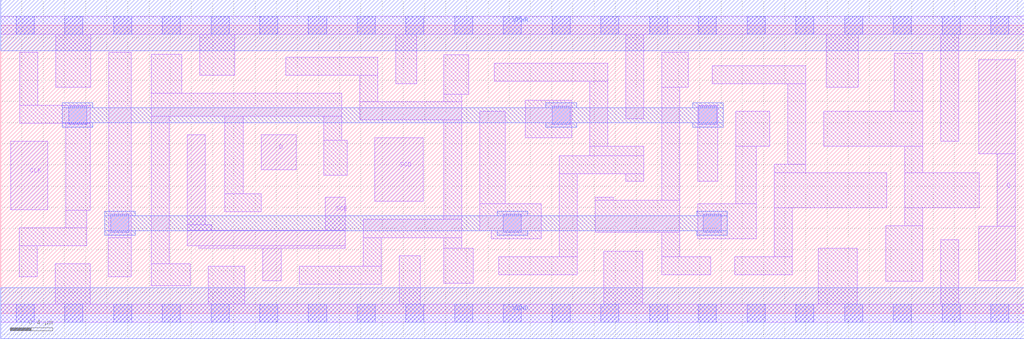
<source format=lef>
# Copyright 2020 The SkyWater PDK Authors
#
# Licensed under the Apache License, Version 2.0 (the "License");
# you may not use this file except in compliance with the License.
# You may obtain a copy of the License at
#
#     https://www.apache.org/licenses/LICENSE-2.0
#
# Unless required by applicable law or agreed to in writing, software
# distributed under the License is distributed on an "AS IS" BASIS,
# WITHOUT WARRANTIES OR CONDITIONS OF ANY KIND, either express or implied.
# See the License for the specific language governing permissions and
# limitations under the License.
#
# SPDX-License-Identifier: Apache-2.0

VERSION 5.7 ;
  NAMESCASESENSITIVE ON ;
  NOWIREEXTENSIONATPIN ON ;
  DIVIDERCHAR "/" ;
  BUSBITCHARS "[]" ;
UNITS
  DATABASE MICRONS 200 ;
END UNITS
MACRO sky130_fd_sc_hd__sdfxtp_1
  CLASS CORE ;
  FOREIGN sky130_fd_sc_hd__sdfxtp_1 ;
  ORIGIN  0.000000  0.000000 ;
  SIZE  9.660000 BY  2.720000 ;
  SYMMETRY X Y R90 ;
  SITE unithd ;
  PIN D
    ANTENNAGATEAREA  0.159000 ;
    DIRECTION INPUT ;
    USE SIGNAL ;
    PORT
      LAYER li1 ;
        RECT 2.460000 1.355000 2.790000 1.685000 ;
    END
  END D
  PIN Q
    ANTENNADIFFAREA  0.429000 ;
    DIRECTION OUTPUT ;
    USE SIGNAL ;
    PORT
      LAYER li1 ;
        RECT 9.230000 0.305000 9.575000 0.820000 ;
        RECT 9.230000 1.505000 9.575000 2.395000 ;
        RECT 9.405000 0.820000 9.575000 1.505000 ;
    END
  END Q
  PIN SCD
    ANTENNAGATEAREA  0.159000 ;
    DIRECTION INPUT ;
    USE SIGNAL ;
    PORT
      LAYER li1 ;
        RECT 3.530000 1.055000 3.990000 1.655000 ;
    END
  END SCD
  PIN SCE
    ANTENNAGATEAREA  0.318000 ;
    DIRECTION INPUT ;
    USE SIGNAL ;
    PORT
      LAYER li1 ;
        RECT 1.760000 0.635000 3.250000 0.785000 ;
        RECT 1.760000 0.785000 1.990000 0.835000 ;
        RECT 1.760000 0.835000 1.930000 1.685000 ;
        RECT 1.870000 0.615000 3.250000 0.635000 ;
        RECT 2.475000 0.305000 2.650000 0.615000 ;
        RECT 3.065000 0.785000 3.250000 1.095000 ;
    END
  END SCE
  PIN CLK
    ANTENNAGATEAREA  0.159000 ;
    DIRECTION INPUT ;
    USE CLOCK ;
    PORT
      LAYER li1 ;
        RECT 0.095000 0.975000 0.445000 1.625000 ;
    END
  END CLK
  PIN VGND
    DIRECTION INOUT ;
    SHAPE ABUTMENT ;
    USE GROUND ;
    PORT
      LAYER met1 ;
        RECT 0.000000 -0.240000 9.660000 0.240000 ;
    END
  END VGND
  PIN VPWR
    DIRECTION INOUT ;
    SHAPE ABUTMENT ;
    USE POWER ;
    PORT
      LAYER met1 ;
        RECT 0.000000 2.480000 9.660000 2.960000 ;
    END
  END VPWR
  OBS
    LAYER li1 ;
      RECT 0.000000 -0.085000 9.660000 0.085000 ;
      RECT 0.000000  2.635000 9.660000 2.805000 ;
      RECT 0.175000  0.345000 0.345000 0.635000 ;
      RECT 0.175000  0.635000 0.810000 0.805000 ;
      RECT 0.180000  1.795000 0.845000 1.965000 ;
      RECT 0.180000  1.965000 0.350000 2.465000 ;
      RECT 0.515000  0.085000 0.845000 0.465000 ;
      RECT 0.520000  2.135000 0.850000 2.635000 ;
      RECT 0.615000  0.805000 0.810000 0.970000 ;
      RECT 0.615000  0.970000 0.845000 1.795000 ;
      RECT 1.015000  0.345000 1.230000 0.715000 ;
      RECT 1.020000  0.715000 1.230000 2.465000 ;
      RECT 1.420000  0.260000 1.790000 0.465000 ;
      RECT 1.420000  0.465000 1.590000 1.860000 ;
      RECT 1.420000  1.860000 3.220000 2.075000 ;
      RECT 1.420000  2.075000 1.710000 2.445000 ;
      RECT 1.880000  2.245000 2.210000 2.635000 ;
      RECT 1.960000  0.085000 2.305000 0.445000 ;
      RECT 2.115000  0.960000 2.460000 1.130000 ;
      RECT 2.115000  1.130000 2.290000 1.860000 ;
      RECT 2.690000  2.245000 3.560000 2.415000 ;
      RECT 2.820000  0.275000 3.590000 0.445000 ;
      RECT 3.050000  1.305000 3.270000 1.635000 ;
      RECT 3.050000  1.635000 3.220000 1.860000 ;
      RECT 3.390000  1.825000 4.350000 1.995000 ;
      RECT 3.390000  1.995000 3.560000 2.245000 ;
      RECT 3.420000  0.445000 3.590000 0.715000 ;
      RECT 3.420000  0.715000 4.350000 0.885000 ;
      RECT 3.730000  2.165000 3.925000 2.635000 ;
      RECT 3.760000  0.085000 3.960000 0.545000 ;
      RECT 4.180000  0.285000 4.460000 0.615000 ;
      RECT 4.180000  0.615000 4.350000 0.715000 ;
      RECT 4.180000  0.885000 4.350000 1.825000 ;
      RECT 4.180000  1.995000 4.350000 2.065000 ;
      RECT 4.180000  2.065000 4.420000 2.440000 ;
      RECT 4.520000  0.780000 5.100000 1.035000 ;
      RECT 4.520000  1.035000 4.760000 1.905000 ;
      RECT 4.630000  0.705000 5.100000 0.780000 ;
      RECT 4.660000  2.190000 5.730000 2.360000 ;
      RECT 4.700000  0.365000 5.440000 0.535000 ;
      RECT 4.950000  1.655000 5.390000 2.010000 ;
      RECT 5.270000  0.535000 5.440000 1.315000 ;
      RECT 5.270000  1.315000 6.070000 1.485000 ;
      RECT 5.560000  1.485000 6.070000 1.575000 ;
      RECT 5.560000  1.575000 5.730000 2.190000 ;
      RECT 5.610000  0.765000 6.410000 1.065000 ;
      RECT 5.610000  1.065000 5.780000 1.095000 ;
      RECT 5.690000  0.085000 6.060000 0.585000 ;
      RECT 5.900000  1.245000 6.070000 1.315000 ;
      RECT 5.900000  1.835000 6.070000 2.635000 ;
      RECT 6.240000  0.365000 6.700000 0.535000 ;
      RECT 6.240000  0.535000 6.410000 0.765000 ;
      RECT 6.240000  1.065000 6.410000 2.135000 ;
      RECT 6.240000  2.135000 6.490000 2.465000 ;
      RECT 6.580000  0.705000 7.130000 1.035000 ;
      RECT 6.580000  1.245000 6.770000 1.965000 ;
      RECT 6.715000  2.165000 7.600000 2.335000 ;
      RECT 6.930000  0.365000 7.470000 0.535000 ;
      RECT 6.940000  1.035000 7.130000 1.575000 ;
      RECT 6.940000  1.575000 7.260000 1.905000 ;
      RECT 7.300000  0.535000 7.470000 0.995000 ;
      RECT 7.300000  0.995000 8.365000 1.325000 ;
      RECT 7.300000  1.325000 7.600000 1.405000 ;
      RECT 7.430000  1.405000 7.600000 2.165000 ;
      RECT 7.715000  0.085000 8.085000 0.615000 ;
      RECT 7.770000  1.575000 8.705000 1.905000 ;
      RECT 7.790000  2.135000 8.095000 2.635000 ;
      RECT 8.355000  0.300000 8.705000 0.825000 ;
      RECT 8.435000  1.905000 8.705000 2.455000 ;
      RECT 8.535000  0.825000 8.705000 0.995000 ;
      RECT 8.535000  0.995000 9.235000 1.325000 ;
      RECT 8.535000  1.325000 8.705000 1.575000 ;
      RECT 8.875000  0.085000 9.045000 0.695000 ;
      RECT 8.875000  1.625000 9.045000 2.635000 ;
    LAYER mcon ;
      RECT 0.145000 -0.085000 0.315000 0.085000 ;
      RECT 0.145000  2.635000 0.315000 2.805000 ;
      RECT 0.605000 -0.085000 0.775000 0.085000 ;
      RECT 0.605000  2.635000 0.775000 2.805000 ;
      RECT 0.640000  1.785000 0.810000 1.955000 ;
      RECT 1.040000  0.765000 1.210000 0.935000 ;
      RECT 1.065000 -0.085000 1.235000 0.085000 ;
      RECT 1.065000  2.635000 1.235000 2.805000 ;
      RECT 1.525000 -0.085000 1.695000 0.085000 ;
      RECT 1.525000  2.635000 1.695000 2.805000 ;
      RECT 1.985000 -0.085000 2.155000 0.085000 ;
      RECT 1.985000  2.635000 2.155000 2.805000 ;
      RECT 2.445000 -0.085000 2.615000 0.085000 ;
      RECT 2.445000  2.635000 2.615000 2.805000 ;
      RECT 2.905000 -0.085000 3.075000 0.085000 ;
      RECT 2.905000  2.635000 3.075000 2.805000 ;
      RECT 3.365000 -0.085000 3.535000 0.085000 ;
      RECT 3.365000  2.635000 3.535000 2.805000 ;
      RECT 3.825000 -0.085000 3.995000 0.085000 ;
      RECT 3.825000  2.635000 3.995000 2.805000 ;
      RECT 4.285000 -0.085000 4.455000 0.085000 ;
      RECT 4.285000  2.635000 4.455000 2.805000 ;
      RECT 4.745000 -0.085000 4.915000 0.085000 ;
      RECT 4.745000  0.765000 4.915000 0.935000 ;
      RECT 4.745000  2.635000 4.915000 2.805000 ;
      RECT 5.205000 -0.085000 5.375000 0.085000 ;
      RECT 5.205000  1.785000 5.375000 1.955000 ;
      RECT 5.205000  2.635000 5.375000 2.805000 ;
      RECT 5.665000 -0.085000 5.835000 0.085000 ;
      RECT 5.665000  2.635000 5.835000 2.805000 ;
      RECT 6.125000 -0.085000 6.295000 0.085000 ;
      RECT 6.125000  2.635000 6.295000 2.805000 ;
      RECT 6.585000 -0.085000 6.755000 0.085000 ;
      RECT 6.585000  2.635000 6.755000 2.805000 ;
      RECT 6.590000  1.785000 6.760000 1.955000 ;
      RECT 6.630000  0.765000 6.800000 0.935000 ;
      RECT 7.045000 -0.085000 7.215000 0.085000 ;
      RECT 7.045000  2.635000 7.215000 2.805000 ;
      RECT 7.505000 -0.085000 7.675000 0.085000 ;
      RECT 7.505000  2.635000 7.675000 2.805000 ;
      RECT 7.965000 -0.085000 8.135000 0.085000 ;
      RECT 7.965000  2.635000 8.135000 2.805000 ;
      RECT 8.425000 -0.085000 8.595000 0.085000 ;
      RECT 8.425000  2.635000 8.595000 2.805000 ;
      RECT 8.885000 -0.085000 9.055000 0.085000 ;
      RECT 8.885000  2.635000 9.055000 2.805000 ;
      RECT 9.345000 -0.085000 9.515000 0.085000 ;
      RECT 9.345000  2.635000 9.515000 2.805000 ;
    LAYER met1 ;
      RECT 0.580000 1.755000 0.870000 1.800000 ;
      RECT 0.580000 1.800000 6.820000 1.940000 ;
      RECT 0.580000 1.940000 0.870000 1.985000 ;
      RECT 0.980000 0.735000 1.270000 0.780000 ;
      RECT 0.980000 0.780000 6.860000 0.920000 ;
      RECT 0.980000 0.920000 1.270000 0.965000 ;
      RECT 4.685000 0.735000 4.975000 0.780000 ;
      RECT 4.685000 0.920000 4.975000 0.965000 ;
      RECT 5.145000 1.755000 5.435000 1.800000 ;
      RECT 5.145000 1.940000 5.435000 1.985000 ;
      RECT 6.530000 1.755000 6.820000 1.800000 ;
      RECT 6.530000 1.940000 6.820000 1.985000 ;
      RECT 6.570000 0.735000 6.860000 0.780000 ;
      RECT 6.570000 0.920000 6.860000 0.965000 ;
  END
END sky130_fd_sc_hd__sdfxtp_1
END LIBRARY

</source>
